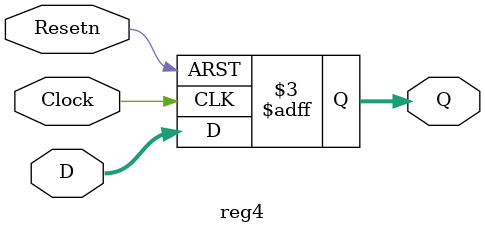
<source format=v>
module reg4 (D, Clock, Resetn, Q);
  input [3:0] D;
  input Clock, Resetn;
  output [3:0] Q;
  reg [3:0] Q;

  always @(posedge Clock or negedge Resetn)
  if (Resetn == 0)
    Q <= 4'b0000;
  else
    Q <= D;

endmodule

</source>
